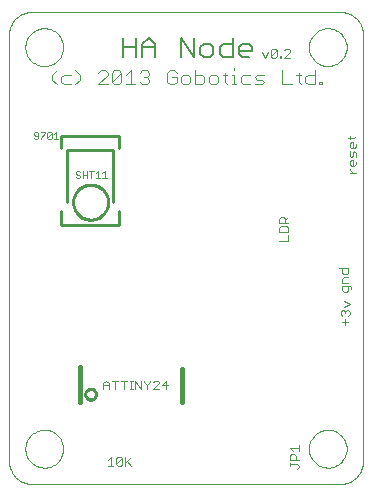
<source format=gto>
G75*
G70*
%OFA0B0*%
%FSLAX24Y24*%
%IPPOS*%
%LPD*%
%AMOC8*
5,1,8,0,0,1.08239X$1,22.5*
%
%ADD10C,0.0000*%
%ADD11C,0.0160*%
%ADD12C,0.0100*%
%ADD13C,0.0040*%
%ADD14C,0.0060*%
%ADD15C,0.0030*%
%ADD16C,0.0020*%
D10*
X008954Y002267D02*
X008954Y016441D01*
X008956Y016495D01*
X008961Y016548D01*
X008970Y016601D01*
X008983Y016653D01*
X008999Y016705D01*
X009019Y016755D01*
X009042Y016803D01*
X009069Y016850D01*
X009098Y016895D01*
X009131Y016938D01*
X009166Y016978D01*
X009204Y017016D01*
X009244Y017051D01*
X009287Y017084D01*
X009332Y017113D01*
X009379Y017140D01*
X009427Y017163D01*
X009477Y017183D01*
X009529Y017199D01*
X009581Y017212D01*
X009634Y017221D01*
X009687Y017226D01*
X009741Y017228D01*
X019978Y017228D01*
X020032Y017226D01*
X020085Y017221D01*
X020138Y017212D01*
X020190Y017199D01*
X020242Y017183D01*
X020292Y017163D01*
X020340Y017140D01*
X020387Y017113D01*
X020432Y017084D01*
X020475Y017051D01*
X020515Y017016D01*
X020553Y016978D01*
X020588Y016938D01*
X020621Y016895D01*
X020650Y016850D01*
X020677Y016803D01*
X020700Y016755D01*
X020720Y016705D01*
X020736Y016653D01*
X020749Y016601D01*
X020758Y016548D01*
X020763Y016495D01*
X020765Y016441D01*
X020765Y002267D01*
X020763Y002213D01*
X020758Y002160D01*
X020749Y002107D01*
X020736Y002055D01*
X020720Y002003D01*
X020700Y001953D01*
X020677Y001905D01*
X020650Y001858D01*
X020621Y001813D01*
X020588Y001770D01*
X020553Y001730D01*
X020515Y001692D01*
X020475Y001657D01*
X020432Y001624D01*
X020387Y001595D01*
X020340Y001568D01*
X020292Y001545D01*
X020242Y001525D01*
X020190Y001509D01*
X020138Y001496D01*
X020085Y001487D01*
X020032Y001482D01*
X019978Y001480D01*
X009741Y001480D01*
X009687Y001482D01*
X009634Y001487D01*
X009581Y001496D01*
X009529Y001509D01*
X009477Y001525D01*
X009427Y001545D01*
X009379Y001568D01*
X009332Y001595D01*
X009287Y001624D01*
X009244Y001657D01*
X009204Y001692D01*
X009166Y001730D01*
X009131Y001770D01*
X009098Y001813D01*
X009069Y001858D01*
X009042Y001905D01*
X009019Y001953D01*
X008999Y002003D01*
X008983Y002055D01*
X008970Y002107D01*
X008961Y002160D01*
X008956Y002213D01*
X008954Y002267D01*
X009505Y002661D02*
X009507Y002711D01*
X009513Y002761D01*
X009523Y002810D01*
X009537Y002858D01*
X009554Y002905D01*
X009575Y002950D01*
X009600Y002994D01*
X009628Y003035D01*
X009660Y003074D01*
X009694Y003111D01*
X009731Y003145D01*
X009771Y003175D01*
X009813Y003202D01*
X009857Y003226D01*
X009903Y003247D01*
X009950Y003263D01*
X009998Y003276D01*
X010048Y003285D01*
X010097Y003290D01*
X010148Y003291D01*
X010198Y003288D01*
X010247Y003281D01*
X010296Y003270D01*
X010344Y003255D01*
X010390Y003237D01*
X010435Y003215D01*
X010478Y003189D01*
X010519Y003160D01*
X010558Y003128D01*
X010594Y003093D01*
X010626Y003055D01*
X010656Y003015D01*
X010683Y002972D01*
X010706Y002928D01*
X010725Y002882D01*
X010741Y002834D01*
X010753Y002785D01*
X010761Y002736D01*
X010765Y002686D01*
X010765Y002636D01*
X010761Y002586D01*
X010753Y002537D01*
X010741Y002488D01*
X010725Y002440D01*
X010706Y002394D01*
X010683Y002350D01*
X010656Y002307D01*
X010626Y002267D01*
X010594Y002229D01*
X010558Y002194D01*
X010519Y002162D01*
X010478Y002133D01*
X010435Y002107D01*
X010390Y002085D01*
X010344Y002067D01*
X010296Y002052D01*
X010247Y002041D01*
X010198Y002034D01*
X010148Y002031D01*
X010097Y002032D01*
X010048Y002037D01*
X009998Y002046D01*
X009950Y002059D01*
X009903Y002075D01*
X009857Y002096D01*
X009813Y002120D01*
X009771Y002147D01*
X009731Y002177D01*
X009694Y002211D01*
X009660Y002248D01*
X009628Y002287D01*
X009600Y002328D01*
X009575Y002372D01*
X009554Y002417D01*
X009537Y002464D01*
X009523Y002512D01*
X009513Y002561D01*
X009507Y002611D01*
X009505Y002661D01*
X018954Y002661D02*
X018956Y002711D01*
X018962Y002761D01*
X018972Y002810D01*
X018986Y002858D01*
X019003Y002905D01*
X019024Y002950D01*
X019049Y002994D01*
X019077Y003035D01*
X019109Y003074D01*
X019143Y003111D01*
X019180Y003145D01*
X019220Y003175D01*
X019262Y003202D01*
X019306Y003226D01*
X019352Y003247D01*
X019399Y003263D01*
X019447Y003276D01*
X019497Y003285D01*
X019546Y003290D01*
X019597Y003291D01*
X019647Y003288D01*
X019696Y003281D01*
X019745Y003270D01*
X019793Y003255D01*
X019839Y003237D01*
X019884Y003215D01*
X019927Y003189D01*
X019968Y003160D01*
X020007Y003128D01*
X020043Y003093D01*
X020075Y003055D01*
X020105Y003015D01*
X020132Y002972D01*
X020155Y002928D01*
X020174Y002882D01*
X020190Y002834D01*
X020202Y002785D01*
X020210Y002736D01*
X020214Y002686D01*
X020214Y002636D01*
X020210Y002586D01*
X020202Y002537D01*
X020190Y002488D01*
X020174Y002440D01*
X020155Y002394D01*
X020132Y002350D01*
X020105Y002307D01*
X020075Y002267D01*
X020043Y002229D01*
X020007Y002194D01*
X019968Y002162D01*
X019927Y002133D01*
X019884Y002107D01*
X019839Y002085D01*
X019793Y002067D01*
X019745Y002052D01*
X019696Y002041D01*
X019647Y002034D01*
X019597Y002031D01*
X019546Y002032D01*
X019497Y002037D01*
X019447Y002046D01*
X019399Y002059D01*
X019352Y002075D01*
X019306Y002096D01*
X019262Y002120D01*
X019220Y002147D01*
X019180Y002177D01*
X019143Y002211D01*
X019109Y002248D01*
X019077Y002287D01*
X019049Y002328D01*
X019024Y002372D01*
X019003Y002417D01*
X018986Y002464D01*
X018972Y002512D01*
X018962Y002561D01*
X018956Y002611D01*
X018954Y002661D01*
X018954Y016047D02*
X018956Y016097D01*
X018962Y016147D01*
X018972Y016196D01*
X018986Y016244D01*
X019003Y016291D01*
X019024Y016336D01*
X019049Y016380D01*
X019077Y016421D01*
X019109Y016460D01*
X019143Y016497D01*
X019180Y016531D01*
X019220Y016561D01*
X019262Y016588D01*
X019306Y016612D01*
X019352Y016633D01*
X019399Y016649D01*
X019447Y016662D01*
X019497Y016671D01*
X019546Y016676D01*
X019597Y016677D01*
X019647Y016674D01*
X019696Y016667D01*
X019745Y016656D01*
X019793Y016641D01*
X019839Y016623D01*
X019884Y016601D01*
X019927Y016575D01*
X019968Y016546D01*
X020007Y016514D01*
X020043Y016479D01*
X020075Y016441D01*
X020105Y016401D01*
X020132Y016358D01*
X020155Y016314D01*
X020174Y016268D01*
X020190Y016220D01*
X020202Y016171D01*
X020210Y016122D01*
X020214Y016072D01*
X020214Y016022D01*
X020210Y015972D01*
X020202Y015923D01*
X020190Y015874D01*
X020174Y015826D01*
X020155Y015780D01*
X020132Y015736D01*
X020105Y015693D01*
X020075Y015653D01*
X020043Y015615D01*
X020007Y015580D01*
X019968Y015548D01*
X019927Y015519D01*
X019884Y015493D01*
X019839Y015471D01*
X019793Y015453D01*
X019745Y015438D01*
X019696Y015427D01*
X019647Y015420D01*
X019597Y015417D01*
X019546Y015418D01*
X019497Y015423D01*
X019447Y015432D01*
X019399Y015445D01*
X019352Y015461D01*
X019306Y015482D01*
X019262Y015506D01*
X019220Y015533D01*
X019180Y015563D01*
X019143Y015597D01*
X019109Y015634D01*
X019077Y015673D01*
X019049Y015714D01*
X019024Y015758D01*
X019003Y015803D01*
X018986Y015850D01*
X018972Y015898D01*
X018962Y015947D01*
X018956Y015997D01*
X018954Y016047D01*
X009505Y016047D02*
X009507Y016097D01*
X009513Y016147D01*
X009523Y016196D01*
X009537Y016244D01*
X009554Y016291D01*
X009575Y016336D01*
X009600Y016380D01*
X009628Y016421D01*
X009660Y016460D01*
X009694Y016497D01*
X009731Y016531D01*
X009771Y016561D01*
X009813Y016588D01*
X009857Y016612D01*
X009903Y016633D01*
X009950Y016649D01*
X009998Y016662D01*
X010048Y016671D01*
X010097Y016676D01*
X010148Y016677D01*
X010198Y016674D01*
X010247Y016667D01*
X010296Y016656D01*
X010344Y016641D01*
X010390Y016623D01*
X010435Y016601D01*
X010478Y016575D01*
X010519Y016546D01*
X010558Y016514D01*
X010594Y016479D01*
X010626Y016441D01*
X010656Y016401D01*
X010683Y016358D01*
X010706Y016314D01*
X010725Y016268D01*
X010741Y016220D01*
X010753Y016171D01*
X010761Y016122D01*
X010765Y016072D01*
X010765Y016022D01*
X010761Y015972D01*
X010753Y015923D01*
X010741Y015874D01*
X010725Y015826D01*
X010706Y015780D01*
X010683Y015736D01*
X010656Y015693D01*
X010626Y015653D01*
X010594Y015615D01*
X010558Y015580D01*
X010519Y015548D01*
X010478Y015519D01*
X010435Y015493D01*
X010390Y015471D01*
X010344Y015453D01*
X010296Y015438D01*
X010247Y015427D01*
X010198Y015420D01*
X010148Y015417D01*
X010097Y015418D01*
X010048Y015423D01*
X009998Y015432D01*
X009950Y015445D01*
X009903Y015461D01*
X009857Y015482D01*
X009813Y015506D01*
X009771Y015533D01*
X009731Y015563D01*
X009694Y015597D01*
X009660Y015634D01*
X009628Y015673D01*
X009600Y015714D01*
X009575Y015758D01*
X009554Y015803D01*
X009537Y015850D01*
X009523Y015898D01*
X009513Y015947D01*
X009507Y015997D01*
X009505Y016047D01*
D11*
X011330Y005380D02*
X011330Y004230D01*
X014730Y004230D02*
X014730Y005330D01*
D12*
X011500Y004480D02*
X011502Y004506D01*
X011508Y004532D01*
X011517Y004556D01*
X011530Y004579D01*
X011546Y004600D01*
X011565Y004618D01*
X011586Y004634D01*
X011610Y004646D01*
X011634Y004654D01*
X011660Y004659D01*
X011687Y004660D01*
X011713Y004657D01*
X011738Y004650D01*
X011762Y004640D01*
X011785Y004626D01*
X011805Y004610D01*
X011822Y004590D01*
X011837Y004568D01*
X011848Y004544D01*
X011856Y004519D01*
X011860Y004493D01*
X011860Y004467D01*
X011856Y004441D01*
X011848Y004416D01*
X011837Y004392D01*
X011822Y004370D01*
X011805Y004350D01*
X011785Y004334D01*
X011762Y004320D01*
X011738Y004310D01*
X011713Y004303D01*
X011687Y004300D01*
X011660Y004301D01*
X011634Y004306D01*
X011610Y004314D01*
X011586Y004326D01*
X011565Y004342D01*
X011546Y004360D01*
X011530Y004381D01*
X011517Y004404D01*
X011508Y004428D01*
X011502Y004454D01*
X011500Y004480D01*
X010680Y010130D02*
X012630Y010130D01*
X012630Y010580D01*
X012430Y010880D02*
X012430Y012630D01*
X010880Y012630D01*
X010880Y010880D01*
X010680Y010580D02*
X010680Y010130D01*
X011097Y010880D02*
X011099Y010928D01*
X011105Y010976D01*
X011115Y011023D01*
X011129Y011069D01*
X011146Y011114D01*
X011167Y011157D01*
X011192Y011199D01*
X011220Y011238D01*
X011251Y011275D01*
X011285Y011309D01*
X011322Y011340D01*
X011361Y011368D01*
X011403Y011393D01*
X011446Y011414D01*
X011491Y011431D01*
X011537Y011445D01*
X011584Y011455D01*
X011632Y011461D01*
X011680Y011463D01*
X011728Y011461D01*
X011776Y011455D01*
X011823Y011445D01*
X011869Y011431D01*
X011914Y011414D01*
X011957Y011393D01*
X011999Y011368D01*
X012038Y011340D01*
X012075Y011309D01*
X012109Y011275D01*
X012140Y011238D01*
X012168Y011199D01*
X012193Y011157D01*
X012214Y011114D01*
X012231Y011069D01*
X012245Y011023D01*
X012255Y010976D01*
X012261Y010928D01*
X012263Y010880D01*
X012261Y010832D01*
X012255Y010784D01*
X012245Y010737D01*
X012231Y010691D01*
X012214Y010646D01*
X012193Y010603D01*
X012168Y010561D01*
X012140Y010522D01*
X012109Y010485D01*
X012075Y010451D01*
X012038Y010420D01*
X011999Y010392D01*
X011957Y010367D01*
X011914Y010346D01*
X011869Y010329D01*
X011823Y010315D01*
X011776Y010305D01*
X011728Y010299D01*
X011680Y010297D01*
X011632Y010299D01*
X011584Y010305D01*
X011537Y010315D01*
X011491Y010329D01*
X011446Y010346D01*
X011403Y010367D01*
X011361Y010392D01*
X011322Y010420D01*
X011285Y010451D01*
X011251Y010485D01*
X011220Y010522D01*
X011192Y010561D01*
X011167Y010603D01*
X011146Y010646D01*
X011129Y010691D01*
X011115Y010737D01*
X011105Y010784D01*
X011099Y010832D01*
X011097Y010880D01*
X010680Y012680D02*
X010680Y013080D01*
X012630Y013080D01*
X012630Y012680D01*
D13*
X012625Y014813D02*
X012472Y014813D01*
X012395Y014889D01*
X012702Y015196D01*
X012702Y014889D01*
X012625Y014813D01*
X012855Y014813D02*
X013162Y014813D01*
X013009Y014813D02*
X013009Y015273D01*
X012855Y015120D01*
X012702Y015196D02*
X012625Y015273D01*
X012472Y015273D01*
X012395Y015196D01*
X012395Y014889D01*
X012242Y014813D02*
X011935Y014813D01*
X012242Y015120D01*
X012242Y015196D01*
X012165Y015273D01*
X012011Y015273D01*
X011935Y015196D01*
X011321Y015120D02*
X011321Y014966D01*
X011167Y014813D01*
X011014Y014813D02*
X010784Y014813D01*
X010707Y014889D01*
X010707Y015043D01*
X010784Y015120D01*
X011014Y015120D01*
X011167Y015273D02*
X011321Y015120D01*
X010553Y015273D02*
X010400Y015120D01*
X010400Y014966D01*
X010553Y014813D01*
X013316Y014889D02*
X013393Y014813D01*
X013546Y014813D01*
X013623Y014889D01*
X013623Y014966D01*
X013546Y015043D01*
X013469Y015043D01*
X013546Y015043D02*
X013623Y015120D01*
X013623Y015196D01*
X013546Y015273D01*
X013393Y015273D01*
X013316Y015196D01*
X014237Y015196D02*
X014237Y014889D01*
X014313Y014813D01*
X014467Y014813D01*
X014544Y014889D01*
X014544Y015043D01*
X014390Y015043D01*
X014237Y015196D02*
X014313Y015273D01*
X014467Y015273D01*
X014544Y015196D01*
X014697Y015043D02*
X014697Y014889D01*
X014774Y014813D01*
X014927Y014813D01*
X015004Y014889D01*
X015004Y015043D01*
X014927Y015120D01*
X014774Y015120D01*
X014697Y015043D01*
X015157Y015120D02*
X015388Y015120D01*
X015464Y015043D01*
X015464Y014889D01*
X015388Y014813D01*
X015157Y014813D01*
X015157Y015273D01*
X015618Y015043D02*
X015618Y014889D01*
X015695Y014813D01*
X015848Y014813D01*
X015925Y014889D01*
X015925Y015043D01*
X015848Y015120D01*
X015695Y015120D01*
X015618Y015043D01*
X016078Y015120D02*
X016232Y015120D01*
X016155Y015196D02*
X016155Y014889D01*
X016232Y014813D01*
X016385Y014813D02*
X016539Y014813D01*
X016462Y014813D02*
X016462Y015120D01*
X016385Y015120D01*
X016462Y015273D02*
X016462Y015350D01*
X016769Y015120D02*
X016692Y015043D01*
X016692Y014889D01*
X016769Y014813D01*
X016999Y014813D01*
X017152Y014813D02*
X017383Y014813D01*
X017459Y014889D01*
X017383Y014966D01*
X017229Y014966D01*
X017152Y015043D01*
X017229Y015120D01*
X017459Y015120D01*
X016999Y015120D02*
X016769Y015120D01*
X018073Y015273D02*
X018073Y014813D01*
X018380Y014813D01*
X018610Y014889D02*
X018610Y015196D01*
X018534Y015120D02*
X018687Y015120D01*
X018841Y015043D02*
X018841Y014889D01*
X018917Y014813D01*
X019147Y014813D01*
X019147Y015273D01*
X019147Y015120D02*
X018917Y015120D01*
X018841Y015043D01*
X018687Y014813D02*
X018610Y014889D01*
X019301Y014889D02*
X019378Y014889D01*
X019378Y014813D01*
X019301Y014813D01*
X019301Y014889D01*
D14*
X017054Y015930D02*
X016627Y015930D01*
X016627Y016037D02*
X016734Y016143D01*
X016948Y016143D01*
X017054Y016037D01*
X017054Y015930D01*
X016948Y015716D02*
X016734Y015716D01*
X016627Y015823D01*
X016627Y016037D01*
X016410Y016143D02*
X016090Y016143D01*
X015983Y016037D01*
X015983Y015823D01*
X016090Y015716D01*
X016410Y015716D01*
X016410Y016357D01*
X015765Y016037D02*
X015765Y015823D01*
X015658Y015716D01*
X015445Y015716D01*
X015338Y015823D01*
X015338Y016037D01*
X015445Y016143D01*
X015658Y016143D01*
X015765Y016037D01*
X015121Y015716D02*
X015121Y016357D01*
X014694Y016357D02*
X015121Y015716D01*
X014694Y015716D02*
X014694Y016357D01*
X013832Y016143D02*
X013832Y015716D01*
X013832Y016037D02*
X013405Y016037D01*
X013405Y016143D02*
X013405Y015716D01*
X013187Y015716D02*
X013187Y016357D01*
X013405Y016143D02*
X013618Y016357D01*
X013832Y016143D01*
X013187Y016037D02*
X012760Y016037D01*
X012760Y016357D02*
X012760Y015716D01*
D15*
X017395Y015895D02*
X017492Y015701D01*
X017588Y015895D01*
X017690Y015943D02*
X017738Y015992D01*
X017835Y015992D01*
X017883Y015943D01*
X017690Y015750D01*
X017738Y015701D01*
X017835Y015701D01*
X017883Y015750D01*
X017883Y015943D01*
X017690Y015943D02*
X017690Y015750D01*
X017984Y015750D02*
X018033Y015750D01*
X018033Y015701D01*
X017984Y015701D01*
X017984Y015750D01*
X018132Y015701D02*
X018325Y015895D01*
X018325Y015943D01*
X018277Y015992D01*
X018180Y015992D01*
X018132Y015943D01*
X018132Y015701D02*
X018325Y015701D01*
X020322Y013071D02*
X020322Y012974D01*
X020273Y013023D02*
X020467Y013023D01*
X020515Y013071D01*
X020418Y012873D02*
X020418Y012680D01*
X020370Y012680D02*
X020322Y012728D01*
X020322Y012825D01*
X020370Y012873D01*
X020418Y012873D01*
X020515Y012825D02*
X020515Y012728D01*
X020467Y012680D01*
X020370Y012680D01*
X020322Y012579D02*
X020322Y012434D01*
X020370Y012385D01*
X020418Y012434D01*
X020418Y012530D01*
X020467Y012579D01*
X020515Y012530D01*
X020515Y012385D01*
X020418Y012284D02*
X020418Y012091D01*
X020370Y012091D02*
X020322Y012139D01*
X020322Y012236D01*
X020370Y012284D01*
X020418Y012284D01*
X020515Y012236D02*
X020515Y012139D01*
X020467Y012091D01*
X020370Y012091D01*
X020322Y011990D02*
X020322Y011942D01*
X020418Y011845D01*
X020322Y011845D02*
X020515Y011845D01*
X018265Y010378D02*
X018168Y010281D01*
X018168Y010329D02*
X018168Y010184D01*
X018265Y010184D02*
X017975Y010184D01*
X017975Y010329D01*
X018023Y010378D01*
X018120Y010378D01*
X018168Y010329D01*
X018217Y010083D02*
X018023Y010083D01*
X017975Y010035D01*
X017975Y009890D01*
X018265Y009890D01*
X018265Y010035D01*
X018217Y010083D01*
X018265Y009788D02*
X018265Y009595D01*
X017975Y009595D01*
X019975Y008678D02*
X020265Y008678D01*
X020265Y008533D01*
X020217Y008484D01*
X020120Y008484D01*
X020072Y008533D01*
X020072Y008678D01*
X020120Y008383D02*
X020265Y008383D01*
X020120Y008383D02*
X020072Y008335D01*
X020072Y008190D01*
X020265Y008190D01*
X020265Y008088D02*
X020265Y007943D01*
X020217Y007895D01*
X020120Y007895D01*
X020072Y007943D01*
X020072Y008088D01*
X020313Y008088D01*
X020362Y008040D01*
X020362Y007992D01*
X020122Y007578D02*
X020315Y007481D01*
X020122Y007384D01*
X020122Y007283D02*
X020170Y007235D01*
X020218Y007283D01*
X020267Y007283D01*
X020315Y007235D01*
X020315Y007138D01*
X020267Y007090D01*
X020170Y007186D02*
X020170Y007235D01*
X020122Y007283D02*
X020073Y007283D01*
X020025Y007235D01*
X020025Y007138D01*
X020073Y007090D01*
X020170Y006988D02*
X020170Y006795D01*
X020073Y006892D02*
X020267Y006892D01*
X018615Y002778D02*
X018615Y002584D01*
X018615Y002681D02*
X018325Y002681D01*
X018422Y002584D01*
X018470Y002483D02*
X018518Y002435D01*
X018518Y002290D01*
X018615Y002290D02*
X018325Y002290D01*
X018325Y002435D01*
X018373Y002483D01*
X018470Y002483D01*
X018325Y002188D02*
X018325Y002092D01*
X018325Y002140D02*
X018567Y002140D01*
X018615Y002092D01*
X018615Y002043D01*
X018567Y001995D01*
X014253Y004790D02*
X014059Y004790D01*
X014204Y004935D01*
X014204Y004645D01*
X013958Y004645D02*
X013765Y004645D01*
X013958Y004838D01*
X013958Y004887D01*
X013910Y004935D01*
X013813Y004935D01*
X013765Y004887D01*
X013664Y004887D02*
X013664Y004935D01*
X013664Y004887D02*
X013567Y004790D01*
X013567Y004645D01*
X013567Y004790D02*
X013470Y004887D01*
X013470Y004935D01*
X013369Y004935D02*
X013369Y004645D01*
X013175Y004935D01*
X013175Y004645D01*
X013076Y004645D02*
X012979Y004645D01*
X013027Y004645D02*
X013027Y004935D01*
X012979Y004935D02*
X013076Y004935D01*
X012878Y004935D02*
X012684Y004935D01*
X012781Y004935D02*
X012781Y004645D01*
X012486Y004645D02*
X012486Y004935D01*
X012390Y004935D02*
X012583Y004935D01*
X012288Y004838D02*
X012288Y004645D01*
X012288Y004790D02*
X012095Y004790D01*
X012095Y004838D02*
X012192Y004935D01*
X012288Y004838D01*
X012095Y004838D02*
X012095Y004645D01*
X012342Y002385D02*
X012342Y002095D01*
X012438Y002095D02*
X012245Y002095D01*
X012245Y002288D02*
X012342Y002385D01*
X012540Y002337D02*
X012540Y002143D01*
X012733Y002337D01*
X012733Y002143D01*
X012685Y002095D01*
X012588Y002095D01*
X012540Y002143D01*
X012540Y002337D02*
X012588Y002385D01*
X012685Y002385D01*
X012733Y002337D01*
X012834Y002385D02*
X012834Y002095D01*
X012834Y002192D02*
X013028Y002385D01*
X012883Y002240D02*
X013028Y002095D01*
D16*
X012221Y011690D02*
X012074Y011690D01*
X012147Y011690D02*
X012147Y011910D01*
X012074Y011837D01*
X012000Y011690D02*
X011853Y011690D01*
X011926Y011690D02*
X011926Y011910D01*
X011853Y011837D01*
X011779Y011910D02*
X011632Y011910D01*
X011705Y011910D02*
X011705Y011690D01*
X011558Y011690D02*
X011558Y011910D01*
X011558Y011800D02*
X011411Y011800D01*
X011337Y011763D02*
X011337Y011727D01*
X011300Y011690D01*
X011227Y011690D01*
X011190Y011727D01*
X011227Y011800D02*
X011300Y011800D01*
X011337Y011763D01*
X011411Y011690D02*
X011411Y011910D01*
X011337Y011873D02*
X011300Y011910D01*
X011227Y011910D01*
X011190Y011873D01*
X011190Y011837D01*
X011227Y011800D01*
X010600Y012990D02*
X010453Y012990D01*
X010526Y012990D02*
X010526Y013210D01*
X010453Y013137D01*
X010379Y013173D02*
X010232Y013027D01*
X010269Y012990D01*
X010342Y012990D01*
X010379Y013027D01*
X010379Y013173D01*
X010342Y013210D01*
X010269Y013210D01*
X010232Y013173D01*
X010232Y013027D01*
X010158Y013173D02*
X010011Y013027D01*
X010011Y012990D01*
X009937Y013027D02*
X009900Y012990D01*
X009827Y012990D01*
X009790Y013027D01*
X009827Y013100D02*
X009937Y013100D01*
X009937Y013027D02*
X009937Y013173D01*
X009900Y013210D01*
X009827Y013210D01*
X009790Y013173D01*
X009790Y013137D01*
X009827Y013100D01*
X010011Y013210D02*
X010158Y013210D01*
X010158Y013173D01*
M02*

</source>
